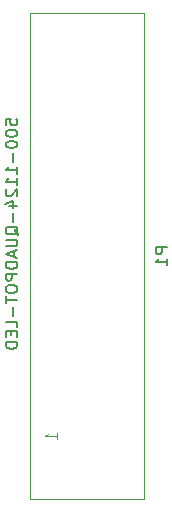
<source format=gbo>
G04 #@! TF.GenerationSoftware,KiCad,Pcbnew,(5.0.0)*
G04 #@! TF.CreationDate,2018-10-08T11:52:11-07:00*
G04 #@! TF.ProjectId,500-1124,3530302D313132342E6B696361645F70,rev?*
G04 #@! TF.SameCoordinates,Original*
G04 #@! TF.FileFunction,Legend,Bot*
G04 #@! TF.FilePolarity,Positive*
%FSLAX46Y46*%
G04 Gerber Fmt 4.6, Leading zero omitted, Abs format (unit mm)*
G04 Created by KiCad (PCBNEW (5.0.0)) date 10/08/18 11:52:11*
%MOMM*%
%LPD*%
G01*
G04 APERTURE LIST*
%ADD10C,0.120000*%
%ADD11C,0.150000*%
G04 APERTURE END LIST*
D10*
G04 #@! TO.C,P1*
X144500000Y-109470000D02*
X144500000Y-68330000D01*
X144500000Y-68330000D02*
X134900000Y-68330000D01*
X134900000Y-68330000D02*
X134900000Y-109470000D01*
X134900000Y-109470000D02*
X144500000Y-109470000D01*
D11*
X146502380Y-88161904D02*
X145502380Y-88161904D01*
X145502380Y-88542857D01*
X145550000Y-88638095D01*
X145597619Y-88685714D01*
X145692857Y-88733333D01*
X145835714Y-88733333D01*
X145930952Y-88685714D01*
X145978571Y-88638095D01*
X146026190Y-88542857D01*
X146026190Y-88161904D01*
X146502380Y-89685714D02*
X146502380Y-89114285D01*
X146502380Y-89400000D02*
X145502380Y-89400000D01*
X145645238Y-89304761D01*
X145740476Y-89209523D01*
X145788095Y-89114285D01*
X132802380Y-77780714D02*
X132802380Y-77304523D01*
X133278571Y-77256904D01*
X133230952Y-77304523D01*
X133183333Y-77399761D01*
X133183333Y-77637857D01*
X133230952Y-77733095D01*
X133278571Y-77780714D01*
X133373809Y-77828333D01*
X133611904Y-77828333D01*
X133707142Y-77780714D01*
X133754761Y-77733095D01*
X133802380Y-77637857D01*
X133802380Y-77399761D01*
X133754761Y-77304523D01*
X133707142Y-77256904D01*
X132802380Y-78447380D02*
X132802380Y-78542619D01*
X132850000Y-78637857D01*
X132897619Y-78685476D01*
X132992857Y-78733095D01*
X133183333Y-78780714D01*
X133421428Y-78780714D01*
X133611904Y-78733095D01*
X133707142Y-78685476D01*
X133754761Y-78637857D01*
X133802380Y-78542619D01*
X133802380Y-78447380D01*
X133754761Y-78352142D01*
X133707142Y-78304523D01*
X133611904Y-78256904D01*
X133421428Y-78209285D01*
X133183333Y-78209285D01*
X132992857Y-78256904D01*
X132897619Y-78304523D01*
X132850000Y-78352142D01*
X132802380Y-78447380D01*
X132802380Y-79399761D02*
X132802380Y-79495000D01*
X132850000Y-79590238D01*
X132897619Y-79637857D01*
X132992857Y-79685476D01*
X133183333Y-79733095D01*
X133421428Y-79733095D01*
X133611904Y-79685476D01*
X133707142Y-79637857D01*
X133754761Y-79590238D01*
X133802380Y-79495000D01*
X133802380Y-79399761D01*
X133754761Y-79304523D01*
X133707142Y-79256904D01*
X133611904Y-79209285D01*
X133421428Y-79161666D01*
X133183333Y-79161666D01*
X132992857Y-79209285D01*
X132897619Y-79256904D01*
X132850000Y-79304523D01*
X132802380Y-79399761D01*
X133421428Y-80161666D02*
X133421428Y-80923571D01*
X133802380Y-81923571D02*
X133802380Y-81352142D01*
X133802380Y-81637857D02*
X132802380Y-81637857D01*
X132945238Y-81542619D01*
X133040476Y-81447380D01*
X133088095Y-81352142D01*
X133802380Y-82875952D02*
X133802380Y-82304523D01*
X133802380Y-82590238D02*
X132802380Y-82590238D01*
X132945238Y-82495000D01*
X133040476Y-82399761D01*
X133088095Y-82304523D01*
X132897619Y-83256904D02*
X132850000Y-83304523D01*
X132802380Y-83399761D01*
X132802380Y-83637857D01*
X132850000Y-83733095D01*
X132897619Y-83780714D01*
X132992857Y-83828333D01*
X133088095Y-83828333D01*
X133230952Y-83780714D01*
X133802380Y-83209285D01*
X133802380Y-83828333D01*
X133135714Y-84685476D02*
X133802380Y-84685476D01*
X132754761Y-84447380D02*
X133469047Y-84209285D01*
X133469047Y-84828333D01*
X133421428Y-85209285D02*
X133421428Y-85971190D01*
X133897619Y-87114047D02*
X133850000Y-87018809D01*
X133754761Y-86923571D01*
X133611904Y-86780714D01*
X133564285Y-86685476D01*
X133564285Y-86590238D01*
X133802380Y-86637857D02*
X133754761Y-86542619D01*
X133659523Y-86447380D01*
X133469047Y-86399761D01*
X133135714Y-86399761D01*
X132945238Y-86447380D01*
X132850000Y-86542619D01*
X132802380Y-86637857D01*
X132802380Y-86828333D01*
X132850000Y-86923571D01*
X132945238Y-87018809D01*
X133135714Y-87066428D01*
X133469047Y-87066428D01*
X133659523Y-87018809D01*
X133754761Y-86923571D01*
X133802380Y-86828333D01*
X133802380Y-86637857D01*
X132802380Y-87495000D02*
X133611904Y-87495000D01*
X133707142Y-87542619D01*
X133754761Y-87590238D01*
X133802380Y-87685476D01*
X133802380Y-87875952D01*
X133754761Y-87971190D01*
X133707142Y-88018809D01*
X133611904Y-88066428D01*
X132802380Y-88066428D01*
X133516666Y-88495000D02*
X133516666Y-88971190D01*
X133802380Y-88399761D02*
X132802380Y-88733095D01*
X133802380Y-89066428D01*
X133802380Y-89399761D02*
X132802380Y-89399761D01*
X132802380Y-89637857D01*
X132850000Y-89780714D01*
X132945238Y-89875952D01*
X133040476Y-89923571D01*
X133230952Y-89971190D01*
X133373809Y-89971190D01*
X133564285Y-89923571D01*
X133659523Y-89875952D01*
X133754761Y-89780714D01*
X133802380Y-89637857D01*
X133802380Y-89399761D01*
X133802380Y-90399761D02*
X132802380Y-90399761D01*
X132802380Y-90780714D01*
X132850000Y-90875952D01*
X132897619Y-90923571D01*
X132992857Y-90971190D01*
X133135714Y-90971190D01*
X133230952Y-90923571D01*
X133278571Y-90875952D01*
X133326190Y-90780714D01*
X133326190Y-90399761D01*
X132802380Y-91590238D02*
X132802380Y-91780714D01*
X132850000Y-91875952D01*
X132945238Y-91971190D01*
X133135714Y-92018809D01*
X133469047Y-92018809D01*
X133659523Y-91971190D01*
X133754761Y-91875952D01*
X133802380Y-91780714D01*
X133802380Y-91590238D01*
X133754761Y-91495000D01*
X133659523Y-91399761D01*
X133469047Y-91352142D01*
X133135714Y-91352142D01*
X132945238Y-91399761D01*
X132850000Y-91495000D01*
X132802380Y-91590238D01*
X132802380Y-92304523D02*
X132802380Y-92875952D01*
X133802380Y-92590238D02*
X132802380Y-92590238D01*
X133421428Y-93209285D02*
X133421428Y-93971190D01*
X133802380Y-94923571D02*
X133802380Y-94447380D01*
X132802380Y-94447380D01*
X133278571Y-95256904D02*
X133278571Y-95590238D01*
X133802380Y-95733095D02*
X133802380Y-95256904D01*
X132802380Y-95256904D01*
X132802380Y-95733095D01*
X133802380Y-96161666D02*
X132802380Y-96161666D01*
X132802380Y-96399761D01*
X132850000Y-96542619D01*
X132945238Y-96637857D01*
X133040476Y-96685476D01*
X133230952Y-96733095D01*
X133373809Y-96733095D01*
X133564285Y-96685476D01*
X133659523Y-96637857D01*
X133754761Y-96542619D01*
X133802380Y-96399761D01*
X133802380Y-96161666D01*
D10*
X137162380Y-104405714D02*
X137162380Y-103834285D01*
X137162380Y-104120000D02*
X136162380Y-104120000D01*
X136305238Y-104024761D01*
X136400476Y-103929523D01*
X136448095Y-103834285D01*
G04 #@! TD*
M02*

</source>
